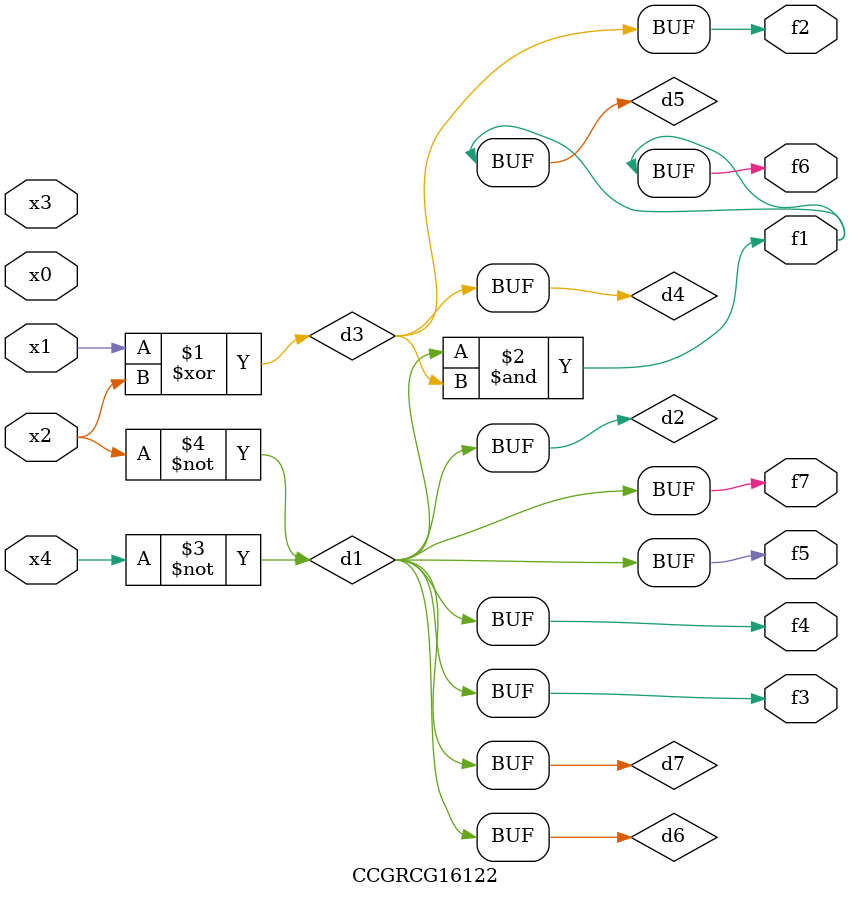
<source format=v>
module CCGRCG16122(
	input x0, x1, x2, x3, x4,
	output f1, f2, f3, f4, f5, f6, f7
);

	wire d1, d2, d3, d4, d5, d6, d7;

	not (d1, x4);
	not (d2, x2);
	xor (d3, x1, x2);
	buf (d4, d3);
	and (d5, d1, d3);
	buf (d6, d1, d2);
	buf (d7, d2);
	assign f1 = d5;
	assign f2 = d4;
	assign f3 = d7;
	assign f4 = d7;
	assign f5 = d7;
	assign f6 = d5;
	assign f7 = d7;
endmodule

</source>
